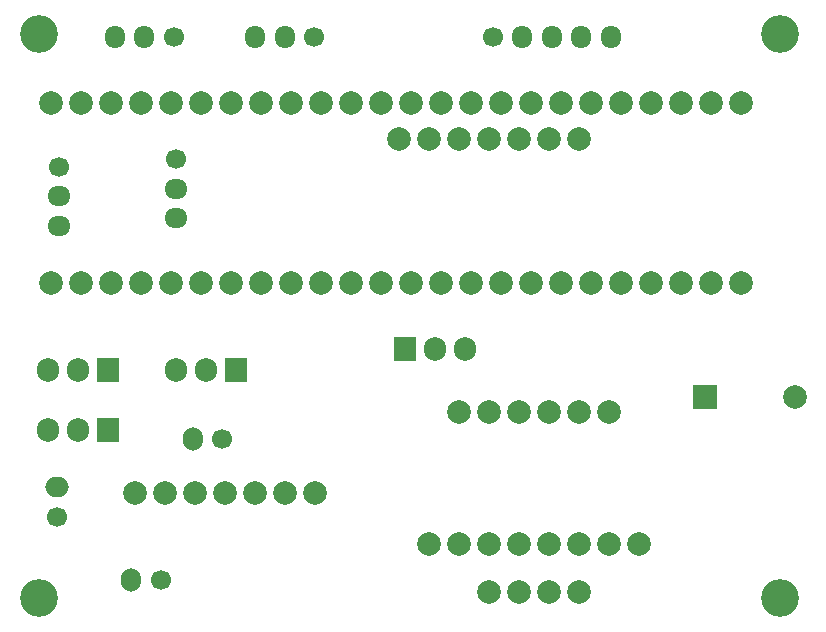
<source format=gbr>
%TF.GenerationSoftware,KiCad,Pcbnew,7.0.6-0*%
%TF.CreationDate,2023-11-16T12:12:08-05:00*%
%TF.ProjectId,TADPOL PCB,54414450-4f4c-4205-9043-422e6b696361,rev?*%
%TF.SameCoordinates,Original*%
%TF.FileFunction,Soldermask,Bot*%
%TF.FilePolarity,Negative*%
%FSLAX46Y46*%
G04 Gerber Fmt 4.6, Leading zero omitted, Abs format (unit mm)*
G04 Created by KiCad (PCBNEW 7.0.6-0) date 2023-11-16 12:12:08*
%MOMM*%
%LPD*%
G01*
G04 APERTURE LIST*
%ADD10C,3.200000*%
%ADD11R,1.905000X2.000000*%
%ADD12O,1.905000X2.000000*%
%ADD13C,2.000000*%
%ADD14R,2.000000X2.000000*%
%ADD15C,1.700000*%
%ADD16O,1.950000X1.700000*%
%ADD17O,1.700000X1.950000*%
%ADD18O,1.700000X2.000000*%
%ADD19O,2.000000X1.700000*%
G04 APERTURE END LIST*
D10*
%TO.C,H2*%
X159004000Y-132080000D03*
%TD*%
D11*
%TO.C,Q2*%
X189992000Y-110998000D03*
D12*
X192532000Y-110998000D03*
X195072000Y-110998000D03*
%TD*%
D13*
%TO.C,BMP1*%
X167132000Y-123190000D03*
X169672000Y-123190000D03*
X172212000Y-123190000D03*
X174752000Y-123190000D03*
X177292000Y-123190000D03*
X179832000Y-123190000D03*
X182372000Y-123190000D03*
%TD*%
D14*
%TO.C,BZ1*%
X215412000Y-115062000D03*
D13*
X223012000Y-115062000D03*
%TD*%
%TO.C,Teensy4.1*%
X160020000Y-105410000D03*
X162560000Y-105410000D03*
X165100000Y-105410000D03*
X167640000Y-105410000D03*
X170180000Y-105410000D03*
X172720000Y-105410000D03*
X175260000Y-105410000D03*
X177800000Y-105410000D03*
X180340000Y-105410000D03*
X182880000Y-105410000D03*
X185420000Y-105410000D03*
X187960000Y-105410000D03*
X190500000Y-105410000D03*
X193040000Y-105410000D03*
X195580000Y-105410000D03*
X198120000Y-105410000D03*
X200660000Y-105410000D03*
X203200000Y-105410000D03*
X205740000Y-105410000D03*
X208280000Y-105410000D03*
X210820000Y-105410000D03*
X213360000Y-105410000D03*
X215900000Y-105410000D03*
X218440000Y-105410000D03*
X218440000Y-90170000D03*
X215900000Y-90170000D03*
X213360000Y-90170000D03*
X210820000Y-90170000D03*
X208280000Y-90170000D03*
X205740000Y-90170000D03*
X203200000Y-90170000D03*
X200660000Y-90170000D03*
X198120000Y-90170000D03*
X195580000Y-90170000D03*
X193040000Y-90170000D03*
X190500000Y-90170000D03*
X187960000Y-90170000D03*
X185420000Y-90170000D03*
X182880000Y-90170000D03*
X180340000Y-90170000D03*
X177800000Y-90170000D03*
X175260000Y-90170000D03*
X172720000Y-90170000D03*
X170180000Y-90170000D03*
X167640000Y-90170000D03*
X165100000Y-90170000D03*
X162560000Y-90170000D03*
X160020000Y-90170000D03*
%TD*%
%TO.C,BNO1*%
X207264000Y-116332000D03*
X204724000Y-116332000D03*
X202184000Y-116332000D03*
X199644000Y-116332000D03*
X197104000Y-116332000D03*
X194564000Y-116332000D03*
X204724000Y-131572000D03*
X202184000Y-131572000D03*
X199644000Y-131572000D03*
X197104000Y-131572000D03*
%TD*%
D10*
%TO.C,H4*%
X221742000Y-84328000D03*
%TD*%
%TO.C,H3*%
X221742000Y-132080000D03*
%TD*%
%TO.C,H1*%
X159004000Y-84328000D03*
%TD*%
D15*
%TO.C,Nichrome_Connector1*%
X160765000Y-95544000D03*
D16*
X160765000Y-98044000D03*
X160765000Y-100544000D03*
%TD*%
D15*
%TO.C,Nichrome_Connector2*%
X170637200Y-94934400D03*
D16*
X170637200Y-97434400D03*
X170637200Y-99934400D03*
%TD*%
D13*
%TO.C,Sparkfun_NEO-M9N1*%
X204724000Y-93218000D03*
X202184000Y-93218000D03*
X199644000Y-93218000D03*
X197104000Y-93218000D03*
X194564000Y-93218000D03*
X192024000Y-93218000D03*
X189484000Y-93218000D03*
X209804000Y-127508000D03*
X207264000Y-127508000D03*
X204724000Y-127508000D03*
X202184000Y-127508000D03*
X199644000Y-127508000D03*
X197104000Y-127508000D03*
X194564000Y-127508000D03*
X192024000Y-127508000D03*
%TD*%
D15*
%TO.C,Glider_Connection1*%
X197438000Y-84582000D03*
D17*
X199938000Y-84582000D03*
X202438000Y-84582000D03*
X204938000Y-84582000D03*
X207438000Y-84582000D03*
%TD*%
D15*
%TO.C,Servo1*%
X170434000Y-84582000D03*
D17*
X167934000Y-84582000D03*
X165434000Y-84582000D03*
%TD*%
D11*
%TO.C,Voltage_Regulator_5V2*%
X164846000Y-117856000D03*
D12*
X162306000Y-117856000D03*
X159766000Y-117856000D03*
%TD*%
D11*
%TO.C,D1*%
X175742600Y-112776000D03*
D12*
X173202600Y-112776000D03*
X170662600Y-112776000D03*
%TD*%
D15*
%TO.C,Bypass_Switch1*%
X174574200Y-118618000D03*
D18*
X172074200Y-118618000D03*
%TD*%
D15*
%TO.C,Servo2*%
X182332000Y-84565000D03*
D17*
X179832000Y-84565000D03*
X177332000Y-84565000D03*
%TD*%
D11*
%TO.C,Voltage_Regulator_5V1*%
X164846000Y-112776000D03*
D12*
X162306000Y-112776000D03*
X159766000Y-112776000D03*
%TD*%
D15*
%TO.C,Power1*%
X169342000Y-130588000D03*
D18*
X166842000Y-130588000D03*
%TD*%
D15*
%TO.C,PWR_OUT1*%
X160528000Y-125182000D03*
D19*
X160528000Y-122682000D03*
%TD*%
M02*

</source>
